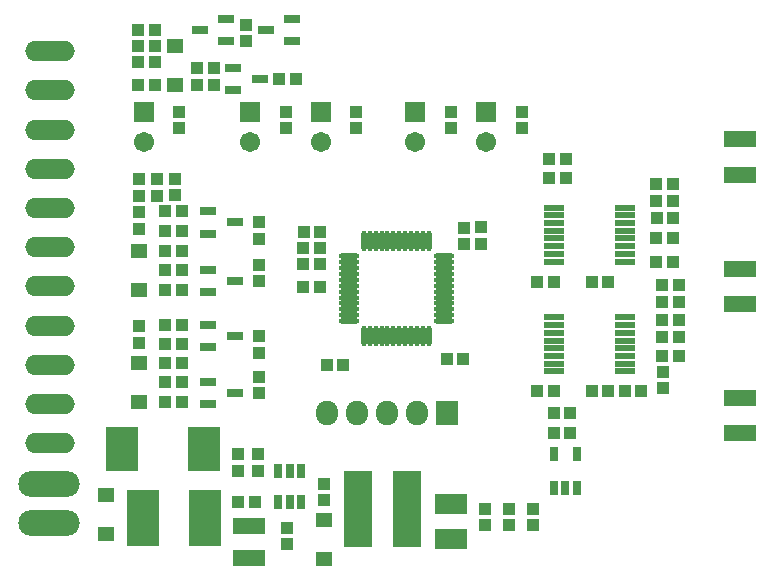
<source format=gts>
G04*
G04 #@! TF.GenerationSoftware,Altium Limited,Altium Designer,21.3.2 (30)*
G04*
G04 Layer_Color=8388736*
%FSTAX24Y24*%
%MOIN*%
G70*
G04*
G04 #@! TF.SameCoordinates,A3F46B7C-A478-48B6-9C65-4A08B567271E*
G04*
G04*
G04 #@! TF.FilePolarity,Negative*
G04*
G01*
G75*
%ADD37R,0.0395X0.0434*%
%ADD38R,0.1064X0.1458*%
%ADD39R,0.0434X0.0395*%
%ADD40R,0.0533X0.0316*%
%ADD41R,0.0552X0.0474*%
%ADD42O,0.0178X0.0690*%
%ADD43O,0.0690X0.0178*%
%ADD44R,0.0690X0.0198*%
%ADD45R,0.1104X0.0552*%
%ADD46R,0.0316X0.0474*%
%ADD47R,0.0316X0.0513*%
%ADD48R,0.1064X0.0552*%
%ADD49R,0.1104X0.0671*%
%ADD50R,0.0926X0.2560*%
%ADD51R,0.1064X0.1891*%
%ADD52O,0.1655X0.0671*%
%ADD53O,0.0730X0.0830*%
%ADD54R,0.0730X0.0830*%
%ADD55O,0.2049X0.0867*%
%ADD56C,0.0671*%
%ADD57R,0.0671X0.0671*%
D37*
X034318Y020496D02*
D03*
X033767D02*
D03*
X025161Y027244D02*
D03*
X025712D02*
D03*
X037924Y018663D02*
D03*
X038476D02*
D03*
X037924Y019232D02*
D03*
X038476D02*
D03*
X037924Y019801D02*
D03*
X038476D02*
D03*
X037924Y02037D02*
D03*
X038476D02*
D03*
X037733Y023178D02*
D03*
X038284D02*
D03*
X037733Y023745D02*
D03*
X038284D02*
D03*
X021007Y027039D02*
D03*
X020456D02*
D03*
X034712Y023957D02*
D03*
X034161D02*
D03*
X034712Y024583D02*
D03*
X034161D02*
D03*
X020456Y027803D02*
D03*
X021007D02*
D03*
X035586Y020496D02*
D03*
X036137D02*
D03*
X038296Y022621D02*
D03*
X037745D02*
D03*
X038284Y021935D02*
D03*
X037733D02*
D03*
X038284Y021167D02*
D03*
X037733D02*
D03*
X038475Y018027D02*
D03*
X037924D02*
D03*
X037229Y016862D02*
D03*
X036677D02*
D03*
X025975Y022167D02*
D03*
X026526D02*
D03*
X026751Y017717D02*
D03*
X027302D02*
D03*
X026511Y020331D02*
D03*
X02596D02*
D03*
X031302Y017909D02*
D03*
X030751D02*
D03*
X021922Y020201D02*
D03*
X021371D02*
D03*
X021369Y020881D02*
D03*
X02192D02*
D03*
X021922Y021522D02*
D03*
X021371D02*
D03*
X021922Y022182D02*
D03*
X021371D02*
D03*
X021922Y022843D02*
D03*
X021371D02*
D03*
X021921Y016492D02*
D03*
X02137D02*
D03*
X021369Y017138D02*
D03*
X02192D02*
D03*
X02192Y017791D02*
D03*
X021369D02*
D03*
X02192Y019063D02*
D03*
X021369D02*
D03*
X02192Y018433D02*
D03*
X021369D02*
D03*
X033766Y016862D02*
D03*
X034317D02*
D03*
X035585D02*
D03*
X036136D02*
D03*
X034317Y01611D02*
D03*
X034869D02*
D03*
X034318Y015461D02*
D03*
X034869D02*
D03*
X02434Y01316D02*
D03*
X023789D02*
D03*
D38*
X022668Y014902D02*
D03*
X019913D02*
D03*
D39*
X022436Y027055D02*
D03*
Y027606D02*
D03*
X022999Y027606D02*
D03*
Y027055D02*
D03*
X024046Y028504D02*
D03*
Y029055D02*
D03*
X020456Y028894D02*
D03*
Y028343D02*
D03*
X021007Y028343D02*
D03*
Y028894D02*
D03*
X037944Y017488D02*
D03*
Y016937D02*
D03*
X031893Y022307D02*
D03*
Y021756D02*
D03*
X031332Y021745D02*
D03*
Y022296D02*
D03*
X025967Y021629D02*
D03*
Y021078D02*
D03*
X026511Y021078D02*
D03*
Y021629D02*
D03*
X026661Y013752D02*
D03*
Y013201D02*
D03*
X024495Y016776D02*
D03*
Y017327D02*
D03*
X024495Y018681D02*
D03*
Y01813D02*
D03*
X024497Y022472D02*
D03*
Y021921D02*
D03*
X024495Y020516D02*
D03*
Y021067D02*
D03*
X020499Y019016D02*
D03*
Y018465D02*
D03*
X020501Y022811D02*
D03*
Y02226D02*
D03*
X021692Y023929D02*
D03*
Y023378D02*
D03*
X021086Y023917D02*
D03*
Y023366D02*
D03*
X020499Y023354D02*
D03*
Y023906D02*
D03*
X024444Y014185D02*
D03*
Y014736D02*
D03*
X023787Y014185D02*
D03*
Y014736D02*
D03*
X025424Y011736D02*
D03*
Y012287D02*
D03*
X033621Y01237D02*
D03*
Y012921D02*
D03*
X032822Y01237D02*
D03*
Y012921D02*
D03*
X032023Y01237D02*
D03*
Y012921D02*
D03*
X033267Y025614D02*
D03*
Y026165D02*
D03*
X030885Y025614D02*
D03*
Y026165D02*
D03*
X027735Y025614D02*
D03*
Y026165D02*
D03*
X025373Y025614D02*
D03*
Y026165D02*
D03*
X021838Y025614D02*
D03*
Y026165D02*
D03*
D40*
X023631Y027618D02*
D03*
Y02687D02*
D03*
X024517Y027244D02*
D03*
X025596Y028508D02*
D03*
Y029256D02*
D03*
X02471Y028882D02*
D03*
X023395Y028508D02*
D03*
Y029256D02*
D03*
X022509Y028882D02*
D03*
X023674Y016776D02*
D03*
X022789Y016402D02*
D03*
Y01715D02*
D03*
X023674Y018689D02*
D03*
X022789Y018315D02*
D03*
Y019063D02*
D03*
X023674Y020512D02*
D03*
X022789Y020138D02*
D03*
Y020886D02*
D03*
X023676Y022469D02*
D03*
X022791Y022094D02*
D03*
Y022843D02*
D03*
D41*
X021676Y027039D02*
D03*
Y028339D02*
D03*
X020496Y017784D02*
D03*
Y016483D02*
D03*
X020497Y021505D02*
D03*
Y020204D02*
D03*
X019385Y013387D02*
D03*
Y012086D02*
D03*
X026661Y012556D02*
D03*
Y011255D02*
D03*
D42*
X030149Y021844D02*
D03*
X029952D02*
D03*
X029755D02*
D03*
X029558D02*
D03*
X029361D02*
D03*
X029165D02*
D03*
X028968D02*
D03*
X028771D02*
D03*
X028574D02*
D03*
X028377D02*
D03*
X02818D02*
D03*
X027983D02*
D03*
Y018675D02*
D03*
X02818D02*
D03*
X028377D02*
D03*
X028574D02*
D03*
X028771D02*
D03*
X028968D02*
D03*
X029165D02*
D03*
X029361D02*
D03*
X029558D02*
D03*
X029755D02*
D03*
X029952D02*
D03*
X030149D02*
D03*
D43*
X027482Y021343D02*
D03*
Y021146D02*
D03*
Y020949D02*
D03*
Y020752D02*
D03*
Y020555D02*
D03*
Y020358D02*
D03*
Y020161D02*
D03*
Y019965D02*
D03*
Y019768D02*
D03*
Y019571D02*
D03*
Y019374D02*
D03*
Y019177D02*
D03*
X030651D02*
D03*
Y019374D02*
D03*
Y019571D02*
D03*
Y019768D02*
D03*
Y019965D02*
D03*
Y020161D02*
D03*
Y020358D02*
D03*
Y020555D02*
D03*
Y020752D02*
D03*
Y020949D02*
D03*
Y021146D02*
D03*
Y021343D02*
D03*
D44*
X034318Y021167D02*
D03*
Y021423D02*
D03*
Y021679D02*
D03*
Y021935D02*
D03*
Y022191D02*
D03*
Y022447D02*
D03*
Y022703D02*
D03*
Y022959D02*
D03*
X03668D02*
D03*
Y022703D02*
D03*
Y022447D02*
D03*
Y022191D02*
D03*
Y021935D02*
D03*
Y021679D02*
D03*
Y021423D02*
D03*
Y021167D02*
D03*
X034317Y01751D02*
D03*
Y017766D02*
D03*
Y018022D02*
D03*
Y018277D02*
D03*
Y018533D02*
D03*
Y018789D02*
D03*
Y019045D02*
D03*
Y019301D02*
D03*
X03668D02*
D03*
Y019045D02*
D03*
Y018789D02*
D03*
Y018533D02*
D03*
Y018277D02*
D03*
Y018022D02*
D03*
Y017766D02*
D03*
Y01751D02*
D03*
D45*
X024145Y011287D02*
D03*
Y01235D02*
D03*
D46*
X025887Y014182D02*
D03*
X025513D02*
D03*
X025139D02*
D03*
Y013159D02*
D03*
X025513D02*
D03*
X025887D02*
D03*
D47*
X034326Y013634D02*
D03*
X0347D02*
D03*
X035074D02*
D03*
Y014736D02*
D03*
X034326D02*
D03*
D48*
X040521Y016622D02*
D03*
Y015441D02*
D03*
Y020933D02*
D03*
Y019752D02*
D03*
Y025244D02*
D03*
Y024063D02*
D03*
D49*
X030881Y011902D02*
D03*
Y013083D02*
D03*
D50*
X029422Y012934D02*
D03*
X027789D02*
D03*
D51*
X020629Y012614D02*
D03*
X022676D02*
D03*
D52*
X017527Y024256D02*
D03*
Y025563D02*
D03*
Y02687D02*
D03*
Y028177D02*
D03*
Y016413D02*
D03*
Y01772D02*
D03*
Y015106D02*
D03*
Y019028D02*
D03*
Y020335D02*
D03*
Y021642D02*
D03*
Y022949D02*
D03*
D53*
X026745Y016106D02*
D03*
X028765D02*
D03*
X029745D02*
D03*
X027755D02*
D03*
D54*
X030755D02*
D03*
D55*
X017495Y012453D02*
D03*
Y01376D02*
D03*
D56*
X020649Y025157D02*
D03*
X024192D02*
D03*
X026554D02*
D03*
X029704D02*
D03*
X032066D02*
D03*
D57*
X020649Y026157D02*
D03*
X024192D02*
D03*
X026554D02*
D03*
X029704D02*
D03*
X032066D02*
D03*
M02*

</source>
